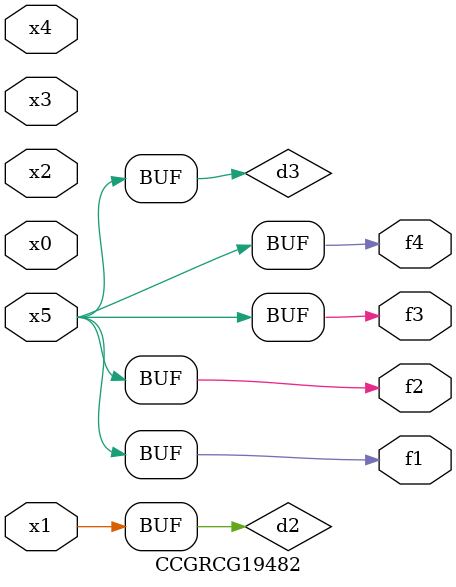
<source format=v>
module CCGRCG19482(
	input x0, x1, x2, x3, x4, x5,
	output f1, f2, f3, f4
);

	wire d1, d2, d3;

	not (d1, x5);
	or (d2, x1);
	xnor (d3, d1);
	assign f1 = d3;
	assign f2 = d3;
	assign f3 = d3;
	assign f4 = d3;
endmodule

</source>
